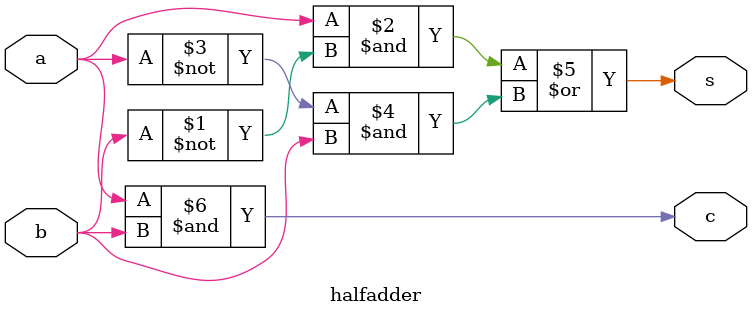
<source format=v>
module halfadder(a, b, s, c);
	input a, b;
	output s, c;
	assign s = ((a&(~b))|((~a)&b));
	assign c = a&b;
endmodule
</source>
